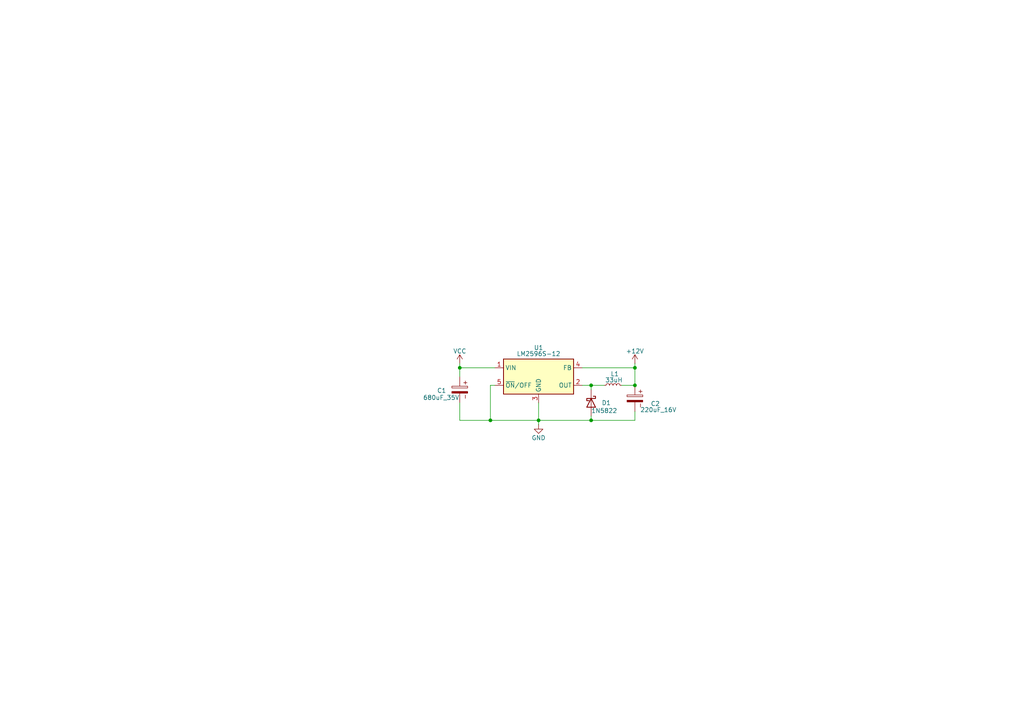
<source format=kicad_sch>
(kicad_sch (version 20250114) (generator "eeschema") (generator_version "9.0")
  (paper "A4")
  (lib_symbols
    (symbol "Device:L_Small" (pin_numbers (hide yes)) (pin_names (offset 0.254) (hide yes))
      (property "Reference" "L" (at 0.762 1.016 0))
      (property "Value" "L_Small" (at 0.762 -1.016 0))
      (symbol "L_Small_0_1"
        (arc (start 0 2.032) (mid 0.5058 1.524) (end 0 1.016))
        (arc (start 0 1.016) (mid 0.5058 0.508) (end 0 0))
        (arc (start 0 0) (mid 0.5058 -0.508) (end 0 -1.016))
        (arc (start 0 -1.016) (mid 0.5058 -1.524) (end 0 -2.032))
      )
      (symbol "L_Small_1_1"
        (pin passive line (at 0 2.54 270) (length 0.508) (name "~") (number "1"))
        (pin passive line (at 0 -2.54 90) (length 0.508) (name "~") (number "2"))
      )
    )
    (symbol "Diode:1N5822" (pin_numbers (hide yes)) (pin_names (offset 1.016) (hide yes))
      (property "Reference" "D" (at 0 2.54 0))
      (property "Value" "1N5822" (at 0 -2.54 0))
      (symbol "1N5822_0_1"
        (polyline (pts (xy -1.905 0.635) (xy -1.905 1.27) (xy -1.27 1.27) (xy -1.27 -1.27) (xy -0.635 -1.27) (xy -0.635 -0.635)) (stroke (width 0.254)))
        (polyline (pts (xy 1.27 1.27) (xy 1.27 -1.27) (xy -1.27 0) (xy 1.27 1.27)) (stroke (width 0.254)))
        (polyline (pts (xy 1.27 0) (xy -1.27 0)))
      )
      (symbol "1N5822_1_1"
        (pin passive line (at -3.81 0 0) (length 2.54) (name "K") (number "1"))
        (pin passive line (at 3.81 0 180) (length 2.54) (name "A") (number "2"))
      )
    )
    (symbol "PCM_SL_Capacitors:470uF_35V"
      (property "Reference" "C" (at 0 7.62 0))
      (property "Value" "470uF_35V" (at 0 5.08 0))
      (symbol "470uF_35V_0_0"
        (text "+" (at -2.032 1.524 0) (effects (font (size 1.27 1.27))))
        (text "-" (at 2.032 1.524 0) (effects (font (size 1.27 1.27))))
      )
      (symbol "470uF_35V_0_1"
        (rectangle (start -1.016 -2.286) (end -0.508 2.286))
        (rectangle (start 0.508 -2.286) (end 1.016 2.286) (fill (type outline)))
      )
      (symbol "470uF_35V_1_1"
        (pin passive line (at -3.81 0 0) (length 2.7) (name "~") (number "1"))
        (pin input line (at 3.81 0 180) (length 2.7) (name "~") (number "2"))
      )
    )
    (symbol "Regulator_Switching:LM2596S-12"
      (property "Reference" "U" (at -10.16 6.35 0))
      (property "Value" "LM2596S-12" (at 0 6.35 0))
      (symbol "LM2596S-12_0_1"
        (rectangle (start -10.16 5.08) (end 10.16 -5.08) (stroke (width 0.254)) (fill (type background)))
      )
      (symbol "LM2596S-12_1_1"
        (pin power_in line (at -12.7 2.54 0) (length 2.54) (name "VIN") (number "1"))
        (pin input line (at -12.7 -2.54 0) (length 2.54) (name "~{ON}/OFF") (number "5"))
        (pin power_in line (at 0 -7.62 90) (length 2.54) (name "GND") (number "3"))
        (pin input line (at 12.7 2.54 180) (length 2.54) (name "FB") (number "4"))
        (pin output line (at 12.7 -2.54 180) (length 2.54) (name "OUT") (number "2"))
      )
    )
    (symbol "power:+12V" (power) (pin_numbers (hide yes)) (pin_names (offset 0) (hide yes))
      (property "Value" "+12V" (at 0 3.556 0))
      (symbol "+12V_0_1"
        (polyline (pts (xy -0.762 1.27) (xy 0 2.54)))
        (polyline (pts (xy 0 2.54) (xy 0.762 1.27)))
        (polyline (pts (xy 0 0) (xy 0 2.54)))
      )
      (symbol "+12V_1_1"
        (pin power_in line (at 0 0 90) (length 0) (name "~") (number "1"))
      )
    )
    (symbol "power:GND" (power) (pin_numbers (hide yes)) (pin_names (offset 0) (hide yes))
      (property "Value" "GND" (at 0 -3.81 0))
      (symbol "GND_0_1"
        (polyline (pts (xy 0 0) (xy 0 -1.27) (xy 1.27 -1.27) (xy 0 -2.54) (xy -1.27 -1.27) (xy 0 -1.27)))
      )
      (symbol "GND_1_1"
        (pin power_in line (at 0 0 270) (length 0) (name "~") (number "1"))
      )
    )
    (symbol "power:VCC" (power) (pin_numbers (hide yes)) (pin_names (offset 0) (hide yes))
      (property "Value" "VCC" (at 0 3.556 0))
      (symbol "VCC_0_1"
        (polyline (pts (xy -0.762 1.27) (xy 0 2.54)))
        (polyline (pts (xy 0 2.54) (xy 0.762 1.27)))
        (polyline (pts (xy 0 0) (xy 0 2.54)))
      )
      (symbol "VCC_1_1"
        (pin power_in line (at 0 0 90) (length 0) (name "~") (number "1"))
      )
    )
  )
  (junction (at 171.45 121.92))
  (junction (at 133.35 106.68))
  (junction (at 184.15 111.76))
  (junction (at 142.24 121.92))
  (junction (at 171.45 111.76))
  (junction (at 156.21 121.92))
  (junction (at 184.15 106.68))
  (wire (pts (xy 184.15 106.68) (xy 184.15 111.76)))
  (wire (pts (xy 156.21 121.92) (xy 171.45 121.92)))
  (wire (pts (xy 156.21 121.92) (xy 156.21 123.19)))
  (wire (pts (xy 156.21 116.84) (xy 156.21 121.92)))
  (wire (pts (xy 171.45 111.76) (xy 175.26 111.76)))
  (wire (pts (xy 184.15 119.38) (xy 184.15 121.92)))
  (wire (pts (xy 133.35 116.84) (xy 133.35 121.92)))
  (wire (pts (xy 133.35 106.68) (xy 143.51 106.68)))
  (wire (pts (xy 171.45 121.92) (xy 184.15 121.92)))
  (wire (pts (xy 184.15 105.41) (xy 184.15 106.68)))
  (wire (pts (xy 168.91 111.76) (xy 171.45 111.76)))
  (wire (pts (xy 142.24 111.76) (xy 142.24 121.92)))
  (wire (pts (xy 142.24 121.92) (xy 156.21 121.92)))
  (wire (pts (xy 133.35 105.41) (xy 133.35 106.68)))
  (wire (pts (xy 168.91 106.68) (xy 184.15 106.68)))
  (wire (pts (xy 171.45 111.76) (xy 171.45 113.03)))
  (wire (pts (xy 142.24 111.76) (xy 143.51 111.76)))
  (wire (pts (xy 180.34 111.76) (xy 184.15 111.76)))
  (wire (pts (xy 133.35 121.92) (xy 142.24 121.92)))
  (wire (pts (xy 171.45 121.92) (xy 171.45 120.65)))
  (wire (pts (xy 133.35 106.68) (xy 133.35 109.22)))
  (symbol (lib_id "power:GND") (at 156.21 123.19 0) (unit 1)
    (property "Reference" "#PWR01" (effects (hide yes)))
    (property "Value" "GND" (at 156.21 127 0))
    (property "Description" "Power symbol creates a global label with name \"GND\" , ground" (effects (hide yes)))
  )
  (symbol (lib_id "Device:L_Small") (at 177.8 111.76 90) (unit 1)
    (property "Reference" "L1" (at 178.308 108.458 90))
    (property "Value" "33uH" (at 178.054 110.236 90))
    (property "Description" "Inductor, small symbol" (effects (hide yes)))
  )
  (symbol (lib_id "Diode:1N5822") (at 171.45 116.84 270) (unit 1)
    (property "Reference" "D1" (at 174.498 116.84 90) (effects (justify left)))
    (property "Value" "1N5822" (at 171.45 119.126 90) (effects (justify left)))
    (property "Footprint" "Diode_THT:D_DO-201AD_P15.24mm_Horizontal" (effects (hide yes)))
    (property "Datasheet" "http://www.vishay.com/docs/88526/1n5820.pdf" (effects (hide yes)))
    (property "Description" "40V 3A Schottky Barrier Rectifier Diode, DO-201AD" (effects (hide yes)))
  )
  (symbol (lib_id "PCM_SL_Capacitors:470uF_35V") (at 184.15 115.57 270) (unit 1)
    (property "Reference" "C2" (at 188.722 117.094 90) (effects (justify left)))
    (property "Value" "220uF_16V" (at 185.674 118.872 90) (effects (justify left)))
    (property "Footprint" "Capacitor_THT:CP_Radial_D10.0mm_P5.00mm" (effects (hide yes)))
    (property "Description" "470uF, 35V Electrolytic Capacitor" (effects (hide yes)))
  )
  (symbol (lib_id "Regulator_Switching:LM2596S-12") (at 156.21 109.22 0) (unit 1)
    (property "Reference" "U1" (at 156.21 100.838 0))
    (property "Value" "LM2596S-12" (at 156.21 102.616 0))
    (property "Footprint" "Package_TO_SOT_SMD:TO-263-5_TabPin3" (effects (hide yes)))
    (property "Datasheet" "http://www.ti.com/lit/ds/symlink/lm2596.pdf" (effects (hide yes)))
    (property "Description" "12V 3A Step-Down Voltage Regulator, TO-263" (effects (hide yes)))
  )
  (symbol (lib_id "power:+12V") (at 184.15 105.41 0) (unit 1)
    (property "Reference" "#PWR02" (effects (hide yes)))
    (property "Value" "+12V" (at 184.15 101.854 0))
    (property "Description" "Power symbol creates a global label with name \"+12V\"" (effects (hide yes)))
  )
  (symbol (lib_id "power:VCC") (at 133.35 105.41 0) (unit 1)
    (property "Reference" "#PWR03" (effects (hide yes)))
    (property "Value" "VCC" (at 133.35 101.854 0))
    (property "Description" "Power symbol creates a global label with name \"VCC\"" (effects (hide yes)))
  )
  (symbol (lib_id "PCM_SL_Capacitors:470uF_35V") (at 133.35 113.03 270) (unit 1)
    (property "Reference" "C1" (at 126.746 113.284 90) (effects (justify left)))
    (property "Value" "680uF_35V" (at 122.682 115.316 90) (effects (justify left)))
    (property "Footprint" "Capacitor_THT:CP_Radial_D10.0mm_P5.00mm" (effects (hide yes)))
    (property "Description" "470uF, 35V Electrolytic Capacitor" (effects (hide yes)))
  )
)
</source>
